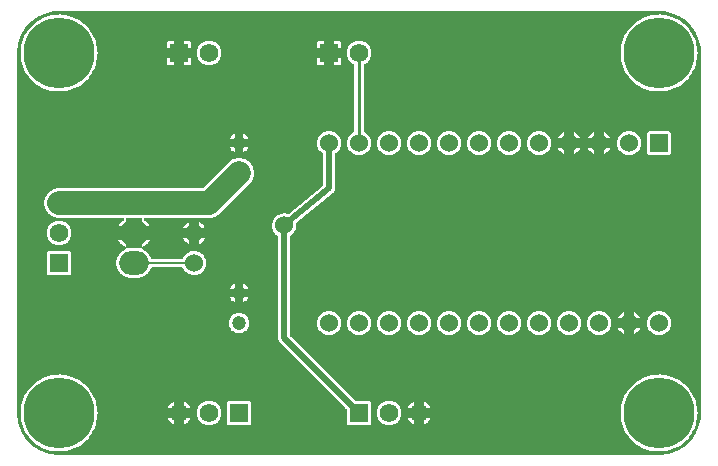
<source format=gtl>
G04 Layer: TopLayer*
G04 EasyEDA v6.5.22, 2023-02-27 20:34:50*
G04 caa8996452b24255bb9f00db4a7e08d3,da3b0543d5484e77bd98afd5aefff037,10*
G04 Gerber Generator version 0.2*
G04 Scale: 100 percent, Rotated: No, Reflected: No *
G04 Dimensions in millimeters *
G04 leading zeros omitted , absolute positions ,4 integer and 5 decimal *
%FSLAX45Y45*%
%MOMM*%

%AMMACRO1*21,1,$1,$2,0,0,$3*%
%ADD10C,2.0000*%
%ADD11C,0.2540*%
%ADD12C,0.2000*%
%ADD13C,0.5000*%
%ADD14MACRO1,1.5748X1.5748X90.0000*%
%ADD15C,1.5748*%
%ADD16C,1.1938*%
%ADD17R,1.5240X1.5240*%
%ADD18C,1.5240*%
%ADD19C,6.0000*%
%ADD20C,0.7000*%
%ADD21R,1.5748X1.5748*%
%ADD22O,2.4999949999999997X1.9999959999999999*%
%ADD23MACRO1,2.0015X2.4994X-90.0000*%
%ADD24C,0.0150*%

%LPD*%
G36*
X381609Y25908D02*
G01*
X355295Y26873D01*
X330098Y29616D01*
X305155Y34137D01*
X280619Y40436D01*
X256590Y48463D01*
X233171Y58166D01*
X210515Y69545D01*
X188722Y82499D01*
X167944Y96977D01*
X148234Y112877D01*
X129692Y130200D01*
X112420Y148742D01*
X96520Y168503D01*
X82092Y189331D01*
X69189Y211175D01*
X57861Y233832D01*
X48209Y257251D01*
X40233Y281330D01*
X33985Y305866D01*
X29514Y330809D01*
X26822Y356006D01*
X25908Y381609D01*
X25908Y3428390D01*
X26873Y3454704D01*
X29616Y3479901D01*
X34137Y3504844D01*
X40436Y3529380D01*
X48463Y3553409D01*
X58166Y3576828D01*
X69545Y3599484D01*
X82499Y3621278D01*
X96977Y3642055D01*
X112877Y3661765D01*
X130200Y3680307D01*
X148742Y3697579D01*
X168503Y3713479D01*
X189331Y3727907D01*
X211175Y3740810D01*
X233832Y3752138D01*
X257251Y3761790D01*
X281330Y3769766D01*
X305866Y3776014D01*
X330809Y3780485D01*
X356057Y3783177D01*
X381609Y3784092D01*
X5458104Y3784092D01*
X5460746Y3783787D01*
X5486654Y3782822D01*
X5511850Y3780129D01*
X5536742Y3775608D01*
X5561279Y3769309D01*
X5585307Y3761282D01*
X5608726Y3751579D01*
X5631332Y3740200D01*
X5653125Y3727246D01*
X5673902Y3712819D01*
X5693613Y3696868D01*
X5712104Y3679596D01*
X5729376Y3661054D01*
X5745226Y3641344D01*
X5759653Y3620515D01*
X5772556Y3598722D01*
X5783884Y3576065D01*
X5793536Y3552647D01*
X5801512Y3528618D01*
X5807760Y3504082D01*
X5812231Y3479139D01*
X5814923Y3453942D01*
X5815787Y3428390D01*
X5816092Y381609D01*
X5815126Y355295D01*
X5812383Y330098D01*
X5807862Y305155D01*
X5801563Y280619D01*
X5793536Y256590D01*
X5783834Y233171D01*
X5772454Y210515D01*
X5759500Y188722D01*
X5745022Y167944D01*
X5729122Y148183D01*
X5711799Y129692D01*
X5693257Y112420D01*
X5673496Y96520D01*
X5652668Y82092D01*
X5630824Y69189D01*
X5608167Y57861D01*
X5584748Y48209D01*
X5560669Y40233D01*
X5536133Y33985D01*
X5511190Y29514D01*
X5485993Y26822D01*
X5460390Y25908D01*
G37*

%LPC*%
G36*
X1292352Y3474720D02*
G01*
X1351280Y3474720D01*
X1351280Y3533648D01*
X1318818Y3533648D01*
X1312519Y3532936D01*
X1307033Y3531006D01*
X1302156Y3527958D01*
X1298041Y3523843D01*
X1294993Y3518966D01*
X1293063Y3513480D01*
X1292352Y3507181D01*
G37*
G36*
X5467299Y55168D02*
G01*
X5492546Y56641D01*
X5517591Y60045D01*
X5542280Y65430D01*
X5566511Y72644D01*
X5590082Y81788D01*
X5612892Y92659D01*
X5634736Y105308D01*
X5655614Y119583D01*
X5675274Y135483D01*
X5693664Y152806D01*
X5710631Y171500D01*
X5726125Y191516D01*
X5739993Y212598D01*
X5752236Y234746D01*
X5762701Y257759D01*
X5771337Y281482D01*
X5778093Y305866D01*
X5782970Y330657D01*
X5785916Y355752D01*
X5786882Y381000D01*
X5785916Y406247D01*
X5782970Y431342D01*
X5778093Y456184D01*
X5771337Y480517D01*
X5762701Y504240D01*
X5752236Y527253D01*
X5739993Y549402D01*
X5726125Y570534D01*
X5710631Y590499D01*
X5693664Y609193D01*
X5675274Y626567D01*
X5655614Y642416D01*
X5634736Y656691D01*
X5612892Y669340D01*
X5590082Y680262D01*
X5566511Y689356D01*
X5542280Y696620D01*
X5517591Y701954D01*
X5492546Y705358D01*
X5467299Y706831D01*
X5442051Y706374D01*
X5416905Y703935D01*
X5392013Y699516D01*
X5367528Y693216D01*
X5343601Y685038D01*
X5320385Y675030D01*
X5298033Y663244D01*
X5276646Y649782D01*
X5256377Y634695D01*
X5237327Y618083D01*
X5219649Y599998D01*
X5203393Y580644D01*
X5188712Y560070D01*
X5175656Y538480D01*
X5164277Y515874D01*
X5154726Y492455D01*
X5147005Y468426D01*
X5141214Y443839D01*
X5137302Y418846D01*
X5135321Y393649D01*
X5135321Y368350D01*
X5137302Y343154D01*
X5141214Y318211D01*
X5147005Y293624D01*
X5154726Y269544D01*
X5164277Y246125D01*
X5175656Y223570D01*
X5188712Y201930D01*
X5203393Y181356D01*
X5219649Y162001D01*
X5237327Y143967D01*
X5256377Y127355D01*
X5276646Y112268D01*
X5298033Y98755D01*
X5320385Y86969D01*
X5343601Y76962D01*
X5367528Y68783D01*
X5392013Y62484D01*
X5416905Y58115D01*
X5442051Y55676D01*
G37*
G36*
X3175000Y276352D02*
G01*
X3188665Y277266D01*
X3202076Y279958D01*
X3215030Y284327D01*
X3227324Y290372D01*
X3238703Y297992D01*
X3248964Y307035D01*
X3258007Y317296D01*
X3265627Y328676D01*
X3271672Y340969D01*
X3276041Y353923D01*
X3278733Y367334D01*
X3279648Y381000D01*
X3278733Y394665D01*
X3276041Y408076D01*
X3271672Y421030D01*
X3265627Y433324D01*
X3258007Y444703D01*
X3248964Y454964D01*
X3238703Y464007D01*
X3227324Y471627D01*
X3215030Y477672D01*
X3202076Y482041D01*
X3188665Y484733D01*
X3175000Y485648D01*
X3161334Y484733D01*
X3147923Y482041D01*
X3134969Y477672D01*
X3122676Y471627D01*
X3111296Y464007D01*
X3101035Y454964D01*
X3091992Y444703D01*
X3084372Y433324D01*
X3078327Y421030D01*
X3073958Y408076D01*
X3071266Y394665D01*
X3070352Y381000D01*
X3071266Y367334D01*
X3073958Y353923D01*
X3078327Y340969D01*
X3084372Y328676D01*
X3091992Y317296D01*
X3101035Y307035D01*
X3111296Y297992D01*
X3122676Y290372D01*
X3134969Y284327D01*
X3147923Y279958D01*
X3161334Y277266D01*
G37*
G36*
X1651000Y276352D02*
G01*
X1664665Y277266D01*
X1678076Y279958D01*
X1691030Y284327D01*
X1703324Y290372D01*
X1714703Y297992D01*
X1724964Y307035D01*
X1734007Y317296D01*
X1741627Y328676D01*
X1747672Y340969D01*
X1752041Y353923D01*
X1754733Y367334D01*
X1755648Y381000D01*
X1754733Y394665D01*
X1752041Y408076D01*
X1747672Y421030D01*
X1741627Y433324D01*
X1734007Y444703D01*
X1724964Y454964D01*
X1714703Y464007D01*
X1703324Y471627D01*
X1691030Y477672D01*
X1678076Y482041D01*
X1664665Y484733D01*
X1651000Y485648D01*
X1637334Y484733D01*
X1623923Y482041D01*
X1610969Y477672D01*
X1598676Y471627D01*
X1587296Y464007D01*
X1577035Y454964D01*
X1567992Y444703D01*
X1560372Y433324D01*
X1554327Y421030D01*
X1549958Y408076D01*
X1547266Y394665D01*
X1546352Y381000D01*
X1547266Y367334D01*
X1549958Y353923D01*
X1554327Y340969D01*
X1560372Y328676D01*
X1567992Y317296D01*
X1577035Y307035D01*
X1587296Y297992D01*
X1598676Y290372D01*
X1610969Y284327D01*
X1623923Y279958D01*
X1637334Y277266D01*
G37*
G36*
X1826818Y276352D02*
G01*
X1983181Y276352D01*
X1989480Y277063D01*
X1994966Y278993D01*
X1999843Y282041D01*
X2003958Y286156D01*
X2007006Y291033D01*
X2008936Y296519D01*
X2009648Y302818D01*
X2009648Y459181D01*
X2008936Y465480D01*
X2007006Y470966D01*
X2003958Y475843D01*
X1999843Y479958D01*
X1994966Y483006D01*
X1989480Y484936D01*
X1983181Y485648D01*
X1826818Y485648D01*
X1820519Y484936D01*
X1815033Y483006D01*
X1810156Y479958D01*
X1806041Y475843D01*
X1802993Y470966D01*
X1801063Y465480D01*
X1800352Y459181D01*
X1800352Y302818D01*
X1801063Y296519D01*
X1802993Y291033D01*
X1806041Y286156D01*
X1810156Y282041D01*
X1815033Y278993D01*
X1820519Y277063D01*
G37*
G36*
X2842818Y276352D02*
G01*
X2999181Y276352D01*
X3005480Y277063D01*
X3010966Y278993D01*
X3015843Y282041D01*
X3019958Y286156D01*
X3023006Y291033D01*
X3024936Y296519D01*
X3025648Y302818D01*
X3025648Y459181D01*
X3024936Y465480D01*
X3023006Y470966D01*
X3019958Y475843D01*
X3015843Y479958D01*
X3010966Y483006D01*
X3005480Y484936D01*
X2999181Y485648D01*
X2892552Y485648D01*
X2888691Y486409D01*
X2885389Y488645D01*
X2339898Y1034135D01*
X2337663Y1037386D01*
X2336901Y1041298D01*
X2336901Y1874570D01*
X2337460Y1877923D01*
X2339086Y1880870D01*
X2341626Y1883156D01*
X2346553Y1886305D01*
X2356967Y1895093D01*
X2366111Y1905254D01*
X2373833Y1916480D01*
X2379980Y1928622D01*
X2384450Y1941525D01*
X2387193Y1954885D01*
X2388108Y1968500D01*
X2387244Y1981149D01*
X2387549Y1984298D01*
X2388768Y1987245D01*
X2390851Y1989632D01*
X2699258Y2246630D01*
X2705862Y2253183D01*
X2710992Y2260396D01*
X2714752Y2268423D01*
X2717088Y2277008D01*
X2717901Y2286457D01*
X2717901Y2573070D01*
X2718409Y2576271D01*
X2719933Y2579166D01*
X2722321Y2581402D01*
X2730246Y2586888D01*
X2740406Y2596032D01*
X2749194Y2606446D01*
X2756509Y2617927D01*
X2762250Y2630322D01*
X2766314Y2643327D01*
X2768549Y2656789D01*
X2769006Y2670403D01*
X2767685Y2683967D01*
X2764485Y2697226D01*
X2759608Y2709976D01*
X2753055Y2721914D01*
X2744978Y2732887D01*
X2735478Y2742692D01*
X2724759Y2751175D01*
X2713024Y2758135D01*
X2700477Y2763418D01*
X2687320Y2767025D01*
X2673807Y2768854D01*
X2660192Y2768854D01*
X2646680Y2767025D01*
X2633522Y2763418D01*
X2620975Y2758135D01*
X2609240Y2751175D01*
X2598521Y2742692D01*
X2589022Y2732887D01*
X2580944Y2721914D01*
X2574391Y2709976D01*
X2569514Y2697226D01*
X2566314Y2683967D01*
X2564993Y2670403D01*
X2565450Y2656789D01*
X2567686Y2643327D01*
X2571750Y2630322D01*
X2577490Y2617927D01*
X2584805Y2606446D01*
X2593594Y2596032D01*
X2603754Y2586888D01*
X2611678Y2581402D01*
X2614066Y2579166D01*
X2615590Y2576271D01*
X2616098Y2573070D01*
X2616098Y2314600D01*
X2615133Y2310282D01*
X2612440Y2306777D01*
X2325573Y2067712D01*
X2322677Y2066036D01*
X2319375Y2065375D01*
X2316022Y2065832D01*
X2309672Y2067814D01*
X2296210Y2070049D01*
X2282596Y2070506D01*
X2269032Y2069185D01*
X2255774Y2065985D01*
X2243023Y2061108D01*
X2231085Y2054555D01*
X2220112Y2046478D01*
X2210308Y2036978D01*
X2201824Y2026259D01*
X2194864Y2014524D01*
X2189581Y2001977D01*
X2185974Y1988820D01*
X2184146Y1975307D01*
X2184146Y1961692D01*
X2185974Y1948180D01*
X2189581Y1935022D01*
X2194864Y1922475D01*
X2201824Y1910740D01*
X2210308Y1900021D01*
X2220112Y1890522D01*
X2230983Y1882546D01*
X2233168Y1880311D01*
X2234590Y1877466D01*
X2235098Y1874367D01*
X2235098Y1016203D01*
X2235301Y1011580D01*
X2235860Y1007160D01*
X2236825Y1002842D01*
X2238146Y998575D01*
X2239873Y994511D01*
X2241905Y990549D01*
X2244293Y986790D01*
X2246985Y983284D01*
X2250135Y979830D01*
X2813354Y416610D01*
X2815590Y413308D01*
X2816352Y409448D01*
X2816352Y302818D01*
X2817063Y296519D01*
X2818993Y291033D01*
X2822041Y286156D01*
X2826156Y282041D01*
X2831033Y278993D01*
X2836519Y277063D01*
G37*
G36*
X3383279Y287121D02*
G01*
X3383279Y335280D01*
X3335121Y335280D01*
X3338372Y328676D01*
X3345992Y317296D01*
X3355035Y307035D01*
X3365296Y297992D01*
X3376676Y290372D01*
G37*
G36*
X3474720Y287121D02*
G01*
X3481324Y290372D01*
X3492703Y297992D01*
X3502964Y307035D01*
X3512007Y317296D01*
X3519627Y328676D01*
X3522878Y335280D01*
X3474720Y335280D01*
G37*
G36*
X1442720Y287121D02*
G01*
X1449324Y290372D01*
X1460703Y297992D01*
X1470964Y307035D01*
X1480007Y317296D01*
X1487627Y328676D01*
X1490878Y335280D01*
X1442720Y335280D01*
G37*
G36*
X1351280Y287121D02*
G01*
X1351280Y335280D01*
X1303121Y335280D01*
X1306372Y328676D01*
X1313992Y317296D01*
X1323035Y307035D01*
X1333296Y297992D01*
X1344676Y290372D01*
G37*
G36*
X3335121Y426720D02*
G01*
X3383279Y426720D01*
X3383279Y474878D01*
X3376676Y471627D01*
X3365296Y464007D01*
X3355035Y454964D01*
X3345992Y444703D01*
X3338372Y433324D01*
G37*
G36*
X3474720Y426720D02*
G01*
X3522878Y426720D01*
X3519627Y433324D01*
X3512007Y444703D01*
X3502964Y454964D01*
X3492703Y464007D01*
X3481324Y471627D01*
X3474720Y474878D01*
G37*
G36*
X1442720Y426720D02*
G01*
X1490878Y426720D01*
X1487627Y433324D01*
X1480007Y444703D01*
X1470964Y454964D01*
X1460703Y464007D01*
X1449324Y471627D01*
X1442720Y474878D01*
G37*
G36*
X1303121Y426720D02*
G01*
X1351280Y426720D01*
X1351280Y474878D01*
X1344676Y471627D01*
X1333296Y464007D01*
X1323035Y454964D01*
X1313992Y444703D01*
X1306372Y433324D01*
G37*
G36*
X3175000Y1040892D02*
G01*
X3188614Y1041806D01*
X3201974Y1044549D01*
X3214878Y1049020D01*
X3227019Y1055166D01*
X3238246Y1062888D01*
X3248406Y1072032D01*
X3257194Y1082446D01*
X3264509Y1093927D01*
X3270250Y1106322D01*
X3274314Y1119327D01*
X3276549Y1132789D01*
X3277006Y1146403D01*
X3275685Y1159967D01*
X3272485Y1173226D01*
X3267608Y1185976D01*
X3261055Y1197914D01*
X3252978Y1208887D01*
X3243478Y1218692D01*
X3232759Y1227175D01*
X3221024Y1234135D01*
X3208477Y1239418D01*
X3195320Y1243025D01*
X3181807Y1244854D01*
X3168192Y1244854D01*
X3154680Y1243025D01*
X3141522Y1239418D01*
X3128975Y1234135D01*
X3117240Y1227175D01*
X3106521Y1218692D01*
X3097022Y1208887D01*
X3088944Y1197914D01*
X3082391Y1185976D01*
X3077514Y1173226D01*
X3074314Y1159967D01*
X3072993Y1146403D01*
X3073450Y1132789D01*
X3075686Y1119327D01*
X3079750Y1106322D01*
X3085490Y1093927D01*
X3092805Y1082446D01*
X3101594Y1072032D01*
X3111754Y1062888D01*
X3122980Y1055166D01*
X3135122Y1049020D01*
X3148025Y1044549D01*
X3161385Y1041806D01*
G37*
G36*
X3683000Y1040892D02*
G01*
X3696614Y1041806D01*
X3709974Y1044549D01*
X3722878Y1049020D01*
X3735019Y1055166D01*
X3746246Y1062888D01*
X3756406Y1072032D01*
X3765194Y1082446D01*
X3772509Y1093927D01*
X3778250Y1106322D01*
X3782314Y1119327D01*
X3784549Y1132789D01*
X3785006Y1146403D01*
X3783685Y1159967D01*
X3780485Y1173226D01*
X3775608Y1185976D01*
X3769055Y1197914D01*
X3760978Y1208887D01*
X3751478Y1218692D01*
X3740759Y1227175D01*
X3729024Y1234135D01*
X3716477Y1239418D01*
X3703320Y1243025D01*
X3689807Y1244854D01*
X3676192Y1244854D01*
X3662679Y1243025D01*
X3649522Y1239418D01*
X3636975Y1234135D01*
X3625240Y1227175D01*
X3614521Y1218692D01*
X3605022Y1208887D01*
X3596944Y1197914D01*
X3590391Y1185976D01*
X3585514Y1173226D01*
X3582314Y1159967D01*
X3580993Y1146403D01*
X3581450Y1132789D01*
X3583686Y1119327D01*
X3587750Y1106322D01*
X3593490Y1093927D01*
X3600805Y1082446D01*
X3609594Y1072032D01*
X3619754Y1062888D01*
X3630980Y1055166D01*
X3643122Y1049020D01*
X3656025Y1044549D01*
X3669385Y1041806D01*
G37*
G36*
X4699000Y1040892D02*
G01*
X4712614Y1041806D01*
X4725974Y1044549D01*
X4738878Y1049020D01*
X4751019Y1055166D01*
X4762246Y1062888D01*
X4772406Y1072032D01*
X4781194Y1082446D01*
X4788509Y1093927D01*
X4794250Y1106322D01*
X4798314Y1119327D01*
X4800549Y1132789D01*
X4801006Y1146403D01*
X4799685Y1159967D01*
X4796485Y1173226D01*
X4791608Y1185976D01*
X4785055Y1197914D01*
X4776978Y1208887D01*
X4767478Y1218692D01*
X4756759Y1227175D01*
X4745024Y1234135D01*
X4732477Y1239418D01*
X4719320Y1243025D01*
X4705807Y1244854D01*
X4692192Y1244854D01*
X4678680Y1243025D01*
X4665522Y1239418D01*
X4652975Y1234135D01*
X4641240Y1227175D01*
X4630521Y1218692D01*
X4621022Y1208887D01*
X4612944Y1197914D01*
X4606391Y1185976D01*
X4601514Y1173226D01*
X4598314Y1159967D01*
X4596993Y1146403D01*
X4597450Y1132789D01*
X4599686Y1119327D01*
X4603750Y1106322D01*
X4609490Y1093927D01*
X4616805Y1082446D01*
X4625594Y1072032D01*
X4635754Y1062888D01*
X4646980Y1055166D01*
X4659122Y1049020D01*
X4672025Y1044549D01*
X4685385Y1041806D01*
G37*
G36*
X2921000Y1040892D02*
G01*
X2934614Y1041806D01*
X2947974Y1044549D01*
X2960878Y1049020D01*
X2973019Y1055166D01*
X2984246Y1062888D01*
X2994406Y1072032D01*
X3003194Y1082446D01*
X3010509Y1093927D01*
X3016250Y1106322D01*
X3020314Y1119327D01*
X3022549Y1132789D01*
X3023006Y1146403D01*
X3021685Y1159967D01*
X3018485Y1173226D01*
X3013608Y1185976D01*
X3007055Y1197914D01*
X2998978Y1208887D01*
X2989478Y1218692D01*
X2978759Y1227175D01*
X2967024Y1234135D01*
X2954477Y1239418D01*
X2941320Y1243025D01*
X2927807Y1244854D01*
X2914192Y1244854D01*
X2900680Y1243025D01*
X2887522Y1239418D01*
X2874975Y1234135D01*
X2863240Y1227175D01*
X2852521Y1218692D01*
X2843022Y1208887D01*
X2834944Y1197914D01*
X2828391Y1185976D01*
X2823514Y1173226D01*
X2820314Y1159967D01*
X2818993Y1146403D01*
X2819450Y1132789D01*
X2821686Y1119327D01*
X2825750Y1106322D01*
X2831490Y1093927D01*
X2838805Y1082446D01*
X2847594Y1072032D01*
X2857754Y1062888D01*
X2868980Y1055166D01*
X2881122Y1049020D01*
X2894025Y1044549D01*
X2907385Y1041806D01*
G37*
G36*
X4445000Y1040892D02*
G01*
X4458614Y1041806D01*
X4471974Y1044549D01*
X4484878Y1049020D01*
X4497019Y1055166D01*
X4508246Y1062888D01*
X4518406Y1072032D01*
X4527194Y1082446D01*
X4534509Y1093927D01*
X4540250Y1106322D01*
X4544314Y1119327D01*
X4546549Y1132789D01*
X4547006Y1146403D01*
X4545685Y1159967D01*
X4542485Y1173226D01*
X4537608Y1185976D01*
X4531055Y1197914D01*
X4522978Y1208887D01*
X4513478Y1218692D01*
X4502759Y1227175D01*
X4491024Y1234135D01*
X4478477Y1239418D01*
X4465320Y1243025D01*
X4451807Y1244854D01*
X4438192Y1244854D01*
X4424680Y1243025D01*
X4411522Y1239418D01*
X4398975Y1234135D01*
X4387240Y1227175D01*
X4376521Y1218692D01*
X4367022Y1208887D01*
X4358944Y1197914D01*
X4352391Y1185976D01*
X4347514Y1173226D01*
X4344314Y1159967D01*
X4342993Y1146403D01*
X4343450Y1132789D01*
X4345686Y1119327D01*
X4349750Y1106322D01*
X4355490Y1093927D01*
X4362805Y1082446D01*
X4371594Y1072032D01*
X4381754Y1062888D01*
X4392980Y1055166D01*
X4405122Y1049020D01*
X4418025Y1044549D01*
X4431385Y1041806D01*
G37*
G36*
X4191000Y1040892D02*
G01*
X4204614Y1041806D01*
X4217974Y1044549D01*
X4230878Y1049020D01*
X4243019Y1055166D01*
X4254246Y1062888D01*
X4264406Y1072032D01*
X4273194Y1082446D01*
X4280509Y1093927D01*
X4286250Y1106322D01*
X4290314Y1119327D01*
X4292549Y1132789D01*
X4293006Y1146403D01*
X4291685Y1159967D01*
X4288485Y1173226D01*
X4283608Y1185976D01*
X4277055Y1197914D01*
X4268978Y1208887D01*
X4259478Y1218692D01*
X4248759Y1227175D01*
X4237024Y1234135D01*
X4224477Y1239418D01*
X4211320Y1243025D01*
X4197807Y1244854D01*
X4184192Y1244854D01*
X4170679Y1243025D01*
X4157522Y1239418D01*
X4144975Y1234135D01*
X4133240Y1227175D01*
X4122521Y1218692D01*
X4113022Y1208887D01*
X4104944Y1197914D01*
X4098391Y1185976D01*
X4093514Y1173226D01*
X4090314Y1159967D01*
X4088993Y1146403D01*
X4089450Y1132789D01*
X4091686Y1119327D01*
X4095750Y1106322D01*
X4101490Y1093927D01*
X4108805Y1082446D01*
X4117594Y1072032D01*
X4127754Y1062888D01*
X4138980Y1055166D01*
X4151122Y1049020D01*
X4164025Y1044549D01*
X4177385Y1041806D01*
G37*
G36*
X3429000Y1040892D02*
G01*
X3442614Y1041806D01*
X3455974Y1044549D01*
X3468878Y1049020D01*
X3481019Y1055166D01*
X3492246Y1062888D01*
X3502406Y1072032D01*
X3511194Y1082446D01*
X3518509Y1093927D01*
X3524250Y1106322D01*
X3528314Y1119327D01*
X3530549Y1132789D01*
X3531006Y1146403D01*
X3529685Y1159967D01*
X3526485Y1173226D01*
X3521608Y1185976D01*
X3515055Y1197914D01*
X3506978Y1208887D01*
X3497478Y1218692D01*
X3486759Y1227175D01*
X3475024Y1234135D01*
X3462477Y1239418D01*
X3449320Y1243025D01*
X3435807Y1244854D01*
X3422192Y1244854D01*
X3408679Y1243025D01*
X3395522Y1239418D01*
X3382975Y1234135D01*
X3371240Y1227175D01*
X3360521Y1218692D01*
X3351022Y1208887D01*
X3342944Y1197914D01*
X3336391Y1185976D01*
X3331514Y1173226D01*
X3328314Y1159967D01*
X3326993Y1146403D01*
X3327450Y1132789D01*
X3329686Y1119327D01*
X3333750Y1106322D01*
X3339490Y1093927D01*
X3346805Y1082446D01*
X3355594Y1072032D01*
X3365754Y1062888D01*
X3376980Y1055166D01*
X3389122Y1049020D01*
X3402025Y1044549D01*
X3415385Y1041806D01*
G37*
G36*
X3937000Y1040892D02*
G01*
X3950614Y1041806D01*
X3963974Y1044549D01*
X3976878Y1049020D01*
X3989019Y1055166D01*
X4000246Y1062888D01*
X4010406Y1072032D01*
X4019194Y1082446D01*
X4026509Y1093927D01*
X4032250Y1106322D01*
X4036314Y1119327D01*
X4038549Y1132789D01*
X4039006Y1146403D01*
X4037685Y1159967D01*
X4034485Y1173226D01*
X4029608Y1185976D01*
X4023055Y1197914D01*
X4014978Y1208887D01*
X4005478Y1218692D01*
X3994759Y1227175D01*
X3983024Y1234135D01*
X3970477Y1239418D01*
X3957320Y1243025D01*
X3943807Y1244854D01*
X3930192Y1244854D01*
X3916679Y1243025D01*
X3903522Y1239418D01*
X3890975Y1234135D01*
X3879240Y1227175D01*
X3868521Y1218692D01*
X3859022Y1208887D01*
X3850944Y1197914D01*
X3844391Y1185976D01*
X3839514Y1173226D01*
X3836314Y1159967D01*
X3834993Y1146403D01*
X3835450Y1132789D01*
X3837686Y1119327D01*
X3841750Y1106322D01*
X3847490Y1093927D01*
X3854805Y1082446D01*
X3863594Y1072032D01*
X3873754Y1062888D01*
X3884980Y1055166D01*
X3897122Y1049020D01*
X3910025Y1044549D01*
X3923385Y1041806D01*
G37*
G36*
X4953000Y1040892D02*
G01*
X4966614Y1041806D01*
X4979974Y1044549D01*
X4992878Y1049020D01*
X5005019Y1055166D01*
X5016246Y1062888D01*
X5026406Y1072032D01*
X5035194Y1082446D01*
X5042509Y1093927D01*
X5048250Y1106322D01*
X5052314Y1119327D01*
X5054549Y1132789D01*
X5055006Y1146403D01*
X5053685Y1159967D01*
X5050485Y1173226D01*
X5045608Y1185976D01*
X5039055Y1197914D01*
X5030978Y1208887D01*
X5021478Y1218692D01*
X5010759Y1227175D01*
X4999024Y1234135D01*
X4986477Y1239418D01*
X4973320Y1243025D01*
X4959807Y1244854D01*
X4946192Y1244854D01*
X4932680Y1243025D01*
X4919522Y1239418D01*
X4906975Y1234135D01*
X4895240Y1227175D01*
X4884521Y1218692D01*
X4875022Y1208887D01*
X4866944Y1197914D01*
X4860391Y1185976D01*
X4855514Y1173226D01*
X4852314Y1159967D01*
X4850993Y1146403D01*
X4851450Y1132789D01*
X4853686Y1119327D01*
X4857750Y1106322D01*
X4863490Y1093927D01*
X4870805Y1082446D01*
X4879594Y1072032D01*
X4889754Y1062888D01*
X4900980Y1055166D01*
X4913122Y1049020D01*
X4926025Y1044549D01*
X4939385Y1041806D01*
G37*
G36*
X2667000Y1040892D02*
G01*
X2680614Y1041806D01*
X2693974Y1044549D01*
X2706878Y1049020D01*
X2719019Y1055166D01*
X2730246Y1062888D01*
X2740406Y1072032D01*
X2749194Y1082446D01*
X2756509Y1093927D01*
X2762250Y1106322D01*
X2766314Y1119327D01*
X2768549Y1132789D01*
X2769006Y1146403D01*
X2767685Y1159967D01*
X2764485Y1173226D01*
X2759608Y1185976D01*
X2753055Y1197914D01*
X2744978Y1208887D01*
X2735478Y1218692D01*
X2724759Y1227175D01*
X2713024Y1234135D01*
X2700477Y1239418D01*
X2687320Y1243025D01*
X2673807Y1244854D01*
X2660192Y1244854D01*
X2646680Y1243025D01*
X2633522Y1239418D01*
X2620975Y1234135D01*
X2609240Y1227175D01*
X2598521Y1218692D01*
X2589022Y1208887D01*
X2580944Y1197914D01*
X2574391Y1185976D01*
X2569514Y1173226D01*
X2566314Y1159967D01*
X2564993Y1146403D01*
X2565450Y1132789D01*
X2567686Y1119327D01*
X2571750Y1106322D01*
X2577490Y1093927D01*
X2584805Y1082446D01*
X2593594Y1072032D01*
X2603754Y1062888D01*
X2614980Y1055166D01*
X2627122Y1049020D01*
X2640025Y1044549D01*
X2653385Y1041806D01*
G37*
G36*
X5461000Y1040892D02*
G01*
X5474614Y1041806D01*
X5487974Y1044549D01*
X5500878Y1049020D01*
X5513019Y1055166D01*
X5524246Y1062888D01*
X5534406Y1072032D01*
X5543194Y1082446D01*
X5550509Y1093927D01*
X5556250Y1106322D01*
X5560314Y1119327D01*
X5562549Y1132789D01*
X5563006Y1146403D01*
X5561685Y1159967D01*
X5558485Y1173226D01*
X5553608Y1185976D01*
X5547055Y1197914D01*
X5538978Y1208887D01*
X5529478Y1218692D01*
X5518759Y1227175D01*
X5507024Y1234135D01*
X5494477Y1239418D01*
X5481320Y1243025D01*
X5467807Y1244854D01*
X5454192Y1244854D01*
X5440680Y1243025D01*
X5427522Y1239418D01*
X5414975Y1234135D01*
X5403240Y1227175D01*
X5392521Y1218692D01*
X5383022Y1208887D01*
X5374944Y1197914D01*
X5368391Y1185976D01*
X5363514Y1173226D01*
X5360314Y1159967D01*
X5358993Y1146403D01*
X5359450Y1132789D01*
X5361686Y1119327D01*
X5365750Y1106322D01*
X5371490Y1093927D01*
X5378805Y1082446D01*
X5387594Y1072032D01*
X5397754Y1062888D01*
X5408980Y1055166D01*
X5421122Y1049020D01*
X5434025Y1044549D01*
X5447385Y1041806D01*
G37*
G36*
X5162550Y1051356D02*
G01*
X5162550Y1098550D01*
X5115356Y1098550D01*
X5117490Y1093927D01*
X5124805Y1082446D01*
X5133594Y1072032D01*
X5143754Y1062888D01*
X5154980Y1055166D01*
G37*
G36*
X5251450Y1051356D02*
G01*
X5259019Y1055166D01*
X5270246Y1062888D01*
X5280406Y1072032D01*
X5289194Y1082446D01*
X5296509Y1093927D01*
X5298643Y1098550D01*
X5251450Y1098550D01*
G37*
G36*
X1905000Y1057452D02*
G01*
X1917192Y1058316D01*
X1929130Y1060907D01*
X1940560Y1065174D01*
X1951278Y1071016D01*
X1961032Y1078331D01*
X1969668Y1086967D01*
X1976983Y1096721D01*
X1982825Y1107440D01*
X1987092Y1118870D01*
X1989683Y1130808D01*
X1990547Y1143000D01*
X1989683Y1155192D01*
X1987092Y1167130D01*
X1982825Y1178560D01*
X1976983Y1189278D01*
X1969668Y1199032D01*
X1961032Y1207668D01*
X1951278Y1214983D01*
X1940560Y1220825D01*
X1929130Y1225092D01*
X1917192Y1227683D01*
X1905000Y1228547D01*
X1892807Y1227683D01*
X1880870Y1225092D01*
X1869439Y1220825D01*
X1858721Y1214983D01*
X1848967Y1207668D01*
X1840331Y1199032D01*
X1833016Y1189278D01*
X1827174Y1178560D01*
X1822907Y1167130D01*
X1820316Y1155192D01*
X1819452Y1143000D01*
X1820316Y1130808D01*
X1822907Y1118870D01*
X1827174Y1107440D01*
X1833016Y1096721D01*
X1840331Y1086967D01*
X1848967Y1078331D01*
X1858721Y1071016D01*
X1869439Y1065174D01*
X1880870Y1060907D01*
X1892807Y1058316D01*
G37*
G36*
X5251450Y1187450D02*
G01*
X5298795Y1187450D01*
X5293055Y1197914D01*
X5284978Y1208887D01*
X5275478Y1218692D01*
X5264759Y1227175D01*
X5253024Y1234135D01*
X5251450Y1234795D01*
G37*
G36*
X5115204Y1187450D02*
G01*
X5162550Y1187450D01*
X5162550Y1234795D01*
X5160975Y1234135D01*
X5149240Y1227175D01*
X5138521Y1218692D01*
X5129022Y1208887D01*
X5120944Y1197914D01*
G37*
G36*
X1941220Y1319530D02*
G01*
X1951278Y1325016D01*
X1961032Y1332331D01*
X1969668Y1340967D01*
X1976983Y1350721D01*
X1982470Y1360779D01*
X1941220Y1360779D01*
G37*
G36*
X1868830Y1319530D02*
G01*
X1868830Y1360779D01*
X1827530Y1360779D01*
X1833016Y1350721D01*
X1840331Y1340967D01*
X1848967Y1332331D01*
X1858721Y1325016D01*
G37*
G36*
X1827530Y1433169D02*
G01*
X1868830Y1433169D01*
X1868830Y1474470D01*
X1858721Y1468983D01*
X1848967Y1461668D01*
X1840331Y1453032D01*
X1833016Y1443278D01*
G37*
G36*
X1941220Y1433169D02*
G01*
X1982470Y1433169D01*
X1976983Y1443278D01*
X1969668Y1453032D01*
X1961032Y1461668D01*
X1951278Y1468983D01*
X1941220Y1474470D01*
G37*
G36*
X991311Y1525066D02*
G01*
X1040688Y1525066D01*
X1056182Y1526032D01*
X1071118Y1528775D01*
X1085646Y1533296D01*
X1099515Y1539544D01*
X1112520Y1547418D01*
X1124458Y1556766D01*
X1135227Y1567535D01*
X1144625Y1579473D01*
X1152448Y1592478D01*
X1158697Y1606346D01*
X1159205Y1607972D01*
X1161288Y1611680D01*
X1164742Y1614220D01*
X1168908Y1615084D01*
X1421841Y1615084D01*
X1425702Y1614322D01*
X1429004Y1612138D01*
X1431239Y1608886D01*
X1432864Y1604975D01*
X1439824Y1593240D01*
X1448308Y1582521D01*
X1458112Y1573022D01*
X1469085Y1564944D01*
X1481023Y1558391D01*
X1493774Y1553514D01*
X1507032Y1550314D01*
X1520596Y1548993D01*
X1534210Y1549450D01*
X1547672Y1551686D01*
X1560677Y1555750D01*
X1573072Y1561490D01*
X1584553Y1568805D01*
X1594967Y1577594D01*
X1604111Y1587754D01*
X1611833Y1598980D01*
X1617980Y1611122D01*
X1622450Y1624025D01*
X1625193Y1637385D01*
X1626107Y1651000D01*
X1625193Y1664614D01*
X1622450Y1677974D01*
X1617980Y1690878D01*
X1611833Y1703019D01*
X1604111Y1714246D01*
X1594967Y1724406D01*
X1584553Y1733194D01*
X1573072Y1740509D01*
X1560677Y1746250D01*
X1547672Y1750314D01*
X1534210Y1752549D01*
X1520596Y1753006D01*
X1507032Y1751685D01*
X1493774Y1748485D01*
X1481023Y1743608D01*
X1469085Y1737055D01*
X1458112Y1728978D01*
X1448308Y1719478D01*
X1439824Y1708759D01*
X1432864Y1697024D01*
X1431239Y1693113D01*
X1429004Y1689862D01*
X1425702Y1687677D01*
X1421841Y1686915D01*
X1168908Y1686915D01*
X1164742Y1687779D01*
X1161288Y1690319D01*
X1159205Y1694027D01*
X1158697Y1695653D01*
X1152448Y1709521D01*
X1144625Y1722526D01*
X1135227Y1734464D01*
X1124458Y1745234D01*
X1112520Y1754581D01*
X1099515Y1762455D01*
X1085596Y1768754D01*
X1082446Y1770938D01*
X1080262Y1774494D01*
X1079093Y1773580D01*
X1075436Y1772615D01*
X1071118Y1773224D01*
X1056182Y1775968D01*
X1040688Y1776882D01*
X991311Y1776882D01*
X975817Y1775968D01*
X960323Y1773072D01*
X956564Y1772615D01*
X952906Y1773580D01*
X951687Y1774189D01*
X949553Y1770938D01*
X946403Y1768754D01*
X932484Y1762455D01*
X919480Y1754581D01*
X907542Y1745234D01*
X896772Y1734464D01*
X887374Y1722526D01*
X879551Y1709521D01*
X873302Y1695653D01*
X868781Y1681124D01*
X866038Y1666189D01*
X865124Y1651000D01*
X866038Y1635810D01*
X868781Y1620875D01*
X873302Y1606346D01*
X879551Y1592478D01*
X887374Y1579473D01*
X896772Y1567535D01*
X907542Y1556766D01*
X919480Y1547418D01*
X932484Y1539544D01*
X946353Y1533296D01*
X960882Y1528775D01*
X975817Y1526032D01*
G37*
G36*
X302818Y1546352D02*
G01*
X459181Y1546352D01*
X465480Y1547063D01*
X470966Y1548993D01*
X475843Y1552041D01*
X479958Y1556156D01*
X483006Y1561033D01*
X484936Y1566519D01*
X485648Y1572818D01*
X485648Y1729181D01*
X484936Y1735480D01*
X483006Y1740966D01*
X479958Y1745843D01*
X475843Y1749958D01*
X470966Y1753006D01*
X465480Y1754936D01*
X459181Y1755648D01*
X302818Y1755648D01*
X296519Y1754936D01*
X291033Y1753006D01*
X286156Y1749958D01*
X282041Y1745843D01*
X278993Y1740966D01*
X277063Y1735480D01*
X276352Y1729181D01*
X276352Y1572818D01*
X277063Y1566519D01*
X278993Y1561033D01*
X282041Y1556156D01*
X286156Y1552041D01*
X291033Y1548993D01*
X296519Y1547063D01*
G37*
G36*
X2712720Y3474720D02*
G01*
X2771648Y3474720D01*
X2771648Y3507181D01*
X2770936Y3513480D01*
X2769006Y3518966D01*
X2765958Y3523843D01*
X2761843Y3527958D01*
X2756966Y3531006D01*
X2751480Y3532936D01*
X2745181Y3533648D01*
X2712720Y3533648D01*
G37*
G36*
X2562352Y3474720D02*
G01*
X2621280Y3474720D01*
X2621280Y3533648D01*
X2588818Y3533648D01*
X2582519Y3532936D01*
X2577033Y3531006D01*
X2572156Y3527958D01*
X2568041Y3523843D01*
X2564993Y3518966D01*
X2563063Y3513480D01*
X2562352Y3507181D01*
G37*
G36*
X1442720Y3474720D02*
G01*
X1501648Y3474720D01*
X1501648Y3507181D01*
X1500936Y3513480D01*
X1499006Y3518966D01*
X1495958Y3523843D01*
X1491843Y3527958D01*
X1486966Y3531006D01*
X1481480Y3532936D01*
X1475181Y3533648D01*
X1442720Y3533648D01*
G37*
G36*
X1651000Y3324351D02*
G01*
X1664665Y3325266D01*
X1678076Y3327958D01*
X1691030Y3332327D01*
X1703324Y3338372D01*
X1714703Y3345992D01*
X1724964Y3355035D01*
X1734007Y3365296D01*
X1741627Y3376676D01*
X1747672Y3388969D01*
X1752041Y3401923D01*
X1754733Y3415334D01*
X1755648Y3429000D01*
X1754733Y3442665D01*
X1752041Y3456076D01*
X1747672Y3469030D01*
X1741627Y3481324D01*
X1734007Y3492703D01*
X1724964Y3502964D01*
X1714703Y3512007D01*
X1703324Y3519627D01*
X1691030Y3525672D01*
X1678076Y3530041D01*
X1664665Y3532733D01*
X1651000Y3533648D01*
X1637334Y3532733D01*
X1623923Y3530041D01*
X1610969Y3525672D01*
X1598676Y3519627D01*
X1587296Y3512007D01*
X1577035Y3502964D01*
X1567992Y3492703D01*
X1560372Y3481324D01*
X1554327Y3469030D01*
X1549958Y3456076D01*
X1547266Y3442665D01*
X1546352Y3429000D01*
X1547266Y3415334D01*
X1549958Y3401923D01*
X1554327Y3388969D01*
X1560372Y3376676D01*
X1567992Y3365296D01*
X1577035Y3355035D01*
X1587296Y3345992D01*
X1598676Y3338372D01*
X1610969Y3332327D01*
X1623923Y3327958D01*
X1637334Y3325266D01*
G37*
G36*
X387299Y55168D02*
G01*
X412546Y56641D01*
X437591Y60045D01*
X462280Y65430D01*
X486511Y72644D01*
X510082Y81788D01*
X532892Y92659D01*
X554736Y105308D01*
X575614Y119583D01*
X595274Y135483D01*
X613664Y152806D01*
X630631Y171500D01*
X646125Y191516D01*
X659993Y212598D01*
X672236Y234746D01*
X682701Y257759D01*
X691337Y281482D01*
X698093Y305866D01*
X702970Y330657D01*
X705916Y355752D01*
X706882Y381000D01*
X705916Y406247D01*
X702970Y431342D01*
X698093Y456184D01*
X691337Y480517D01*
X682701Y504240D01*
X672236Y527253D01*
X659993Y549402D01*
X646125Y570534D01*
X630631Y590499D01*
X613664Y609193D01*
X595274Y626567D01*
X575614Y642416D01*
X554736Y656691D01*
X532892Y669340D01*
X510082Y680262D01*
X486511Y689356D01*
X462280Y696620D01*
X437591Y701954D01*
X412546Y705358D01*
X387299Y706831D01*
X362051Y706374D01*
X336905Y703935D01*
X312013Y699516D01*
X287528Y693216D01*
X263601Y685038D01*
X240385Y675030D01*
X218033Y663244D01*
X196646Y649782D01*
X176377Y634695D01*
X157327Y618083D01*
X139649Y599998D01*
X123393Y580644D01*
X108712Y560070D01*
X95656Y538480D01*
X84277Y515874D01*
X74726Y492455D01*
X67005Y468426D01*
X61214Y443839D01*
X57302Y418846D01*
X55321Y393649D01*
X55321Y368350D01*
X57302Y343154D01*
X61214Y318211D01*
X67005Y293624D01*
X74726Y269544D01*
X84277Y246125D01*
X95656Y223570D01*
X108712Y201930D01*
X123393Y181356D01*
X139649Y162001D01*
X157327Y143967D01*
X176377Y127355D01*
X196646Y112268D01*
X218033Y98755D01*
X240385Y86969D01*
X263601Y76962D01*
X287528Y68783D01*
X312013Y62484D01*
X336905Y58115D01*
X362051Y55676D01*
G37*
G36*
X1084834Y1786737D02*
G01*
X1085596Y1787245D01*
X1099515Y1793544D01*
X1112520Y1801418D01*
X1124458Y1810766D01*
X1135227Y1821535D01*
X1144625Y1833473D01*
X1152448Y1846478D01*
X1153414Y1848662D01*
X1084834Y1848662D01*
G37*
G36*
X381000Y1800352D02*
G01*
X394665Y1801266D01*
X408076Y1803958D01*
X421030Y1808327D01*
X433324Y1814372D01*
X444703Y1821992D01*
X454964Y1831035D01*
X464007Y1841296D01*
X471627Y1852675D01*
X477672Y1864969D01*
X482041Y1877923D01*
X484733Y1891334D01*
X485648Y1905000D01*
X484733Y1918665D01*
X482041Y1932076D01*
X477672Y1945030D01*
X471627Y1957324D01*
X464007Y1968703D01*
X454964Y1978964D01*
X444703Y1988007D01*
X433324Y1995627D01*
X421030Y2001672D01*
X408076Y2006041D01*
X394665Y2008733D01*
X381000Y2009648D01*
X367334Y2008733D01*
X353923Y2006041D01*
X340969Y2001672D01*
X328676Y1995627D01*
X317296Y1988007D01*
X307035Y1978964D01*
X297992Y1968703D01*
X290372Y1957324D01*
X284327Y1945030D01*
X279958Y1932076D01*
X277266Y1918665D01*
X276352Y1905000D01*
X277266Y1891334D01*
X279958Y1877923D01*
X284327Y1864969D01*
X290372Y1852675D01*
X297992Y1841296D01*
X307035Y1831035D01*
X317296Y1821992D01*
X328676Y1814372D01*
X340969Y1808327D01*
X353923Y1803958D01*
X367334Y1801266D01*
G37*
G36*
X1479550Y1813204D02*
G01*
X1479550Y1860550D01*
X1432204Y1860550D01*
X1432864Y1858975D01*
X1439824Y1847240D01*
X1448308Y1836521D01*
X1458112Y1827022D01*
X1469085Y1818944D01*
G37*
G36*
X1568450Y1813356D02*
G01*
X1573072Y1815490D01*
X1584553Y1822805D01*
X1594967Y1831593D01*
X1604111Y1841754D01*
X1611833Y1852980D01*
X1615643Y1860550D01*
X1568450Y1860550D01*
G37*
G36*
X1568450Y1949450D02*
G01*
X1615643Y1949450D01*
X1611833Y1957019D01*
X1604111Y1968246D01*
X1594967Y1978406D01*
X1584553Y1987194D01*
X1573072Y1994509D01*
X1568450Y1996643D01*
G37*
G36*
X1432204Y1949450D02*
G01*
X1479550Y1949450D01*
X1479550Y1996795D01*
X1469085Y1991055D01*
X1458112Y1982978D01*
X1448308Y1973478D01*
X1439824Y1962759D01*
X1432864Y1951024D01*
G37*
G36*
X878586Y1961337D02*
G01*
X947166Y1961337D01*
X947166Y2022906D01*
X947928Y2026818D01*
X950112Y2030120D01*
X953414Y2032304D01*
X957326Y2033066D01*
X1074674Y2033066D01*
X1078585Y2032304D01*
X1081887Y2030120D01*
X1084072Y2026818D01*
X1084834Y2022906D01*
X1084834Y1961337D01*
X1153414Y1961337D01*
X1152448Y1963521D01*
X1144625Y1976526D01*
X1135227Y1988464D01*
X1124458Y1999234D01*
X1112520Y2008581D01*
X1103172Y2014220D01*
X1100023Y2017268D01*
X1098448Y2021281D01*
X1098651Y2025650D01*
X1100734Y2029510D01*
X1104188Y2032152D01*
X1108456Y2033066D01*
X1650847Y2033066D01*
X1658620Y2033320D01*
X1666189Y2034032D01*
X1673707Y2035149D01*
X1681124Y2036775D01*
X1688439Y2038807D01*
X1695653Y2041296D01*
X1702663Y2044192D01*
X1709521Y2047493D01*
X1716125Y2051253D01*
X1722526Y2055368D01*
X1728622Y2059889D01*
X1734464Y2064766D01*
X1740154Y2070100D01*
X1993798Y2323744D01*
X2004110Y2335377D01*
X2012746Y2347874D01*
X2019807Y2361336D01*
X2025192Y2375560D01*
X2028850Y2390292D01*
X2030679Y2405380D01*
X2030679Y2420620D01*
X2028850Y2435707D01*
X2025192Y2450439D01*
X2019807Y2464663D01*
X2012746Y2478125D01*
X2004110Y2490622D01*
X1994001Y2502001D01*
X1982622Y2512110D01*
X1970125Y2520746D01*
X1956663Y2527808D01*
X1942439Y2533192D01*
X1927707Y2536850D01*
X1912620Y2538679D01*
X1897380Y2538679D01*
X1882292Y2536850D01*
X1867560Y2533192D01*
X1853336Y2527808D01*
X1839874Y2520746D01*
X1827377Y2512110D01*
X1815744Y2501798D01*
X1601825Y2287879D01*
X1598523Y2285695D01*
X1594662Y2284882D01*
X381304Y2284882D01*
X365810Y2283968D01*
X350875Y2281224D01*
X336346Y2276703D01*
X322478Y2270455D01*
X309473Y2262581D01*
X297535Y2253234D01*
X286766Y2242464D01*
X277418Y2230526D01*
X269544Y2217521D01*
X263296Y2203653D01*
X258775Y2189124D01*
X256032Y2174189D01*
X255117Y2159000D01*
X256032Y2143810D01*
X258775Y2128875D01*
X263296Y2114346D01*
X269544Y2100478D01*
X277418Y2087473D01*
X286766Y2075535D01*
X297535Y2064766D01*
X309473Y2055418D01*
X322478Y2047544D01*
X336346Y2041296D01*
X350875Y2036775D01*
X365810Y2034032D01*
X381304Y2033066D01*
X923544Y2033066D01*
X927811Y2032152D01*
X931265Y2029510D01*
X933348Y2025650D01*
X933551Y2021281D01*
X931976Y2017268D01*
X928827Y2014220D01*
X919480Y2008581D01*
X907542Y1999234D01*
X896772Y1988464D01*
X887374Y1976526D01*
X879551Y1963521D01*
G37*
G36*
X1318818Y3324351D02*
G01*
X1351280Y3324351D01*
X1351280Y3383279D01*
X1292352Y3383279D01*
X1292352Y3350818D01*
X1293063Y3344519D01*
X1294993Y3339033D01*
X1298041Y3334156D01*
X1302156Y3330041D01*
X1307033Y3326993D01*
X1312519Y3325063D01*
G37*
G36*
X2712720Y3324351D02*
G01*
X2745181Y3324351D01*
X2751480Y3325063D01*
X2756966Y3326993D01*
X2761843Y3330041D01*
X2765958Y3334156D01*
X2769006Y3339033D01*
X2770936Y3344519D01*
X2771648Y3350818D01*
X2771648Y3383279D01*
X2712720Y3383279D01*
G37*
G36*
X4191000Y2564892D02*
G01*
X4204614Y2565806D01*
X4217974Y2568549D01*
X4230878Y2573020D01*
X4243019Y2579166D01*
X4254246Y2586888D01*
X4264406Y2596032D01*
X4273194Y2606446D01*
X4280509Y2617927D01*
X4286250Y2630322D01*
X4290314Y2643327D01*
X4292549Y2656789D01*
X4293006Y2670403D01*
X4291685Y2683967D01*
X4288485Y2697226D01*
X4283608Y2709976D01*
X4277055Y2721914D01*
X4268978Y2732887D01*
X4259478Y2742692D01*
X4248759Y2751175D01*
X4237024Y2758135D01*
X4224477Y2763418D01*
X4211320Y2767025D01*
X4197807Y2768854D01*
X4184192Y2768854D01*
X4170679Y2767025D01*
X4157522Y2763418D01*
X4144975Y2758135D01*
X4133240Y2751175D01*
X4122521Y2742692D01*
X4113022Y2732887D01*
X4104944Y2721914D01*
X4098391Y2709976D01*
X4093514Y2697226D01*
X4090314Y2683967D01*
X4088993Y2670403D01*
X4089450Y2656789D01*
X4091686Y2643327D01*
X4095750Y2630322D01*
X4101490Y2617927D01*
X4108805Y2606446D01*
X4117594Y2596032D01*
X4127754Y2586888D01*
X4138980Y2579166D01*
X4151122Y2573020D01*
X4164025Y2568549D01*
X4177385Y2565806D01*
G37*
G36*
X4445000Y2564892D02*
G01*
X4458614Y2565806D01*
X4471974Y2568549D01*
X4484878Y2573020D01*
X4497019Y2579166D01*
X4508246Y2586888D01*
X4518406Y2596032D01*
X4527194Y2606446D01*
X4534509Y2617927D01*
X4540250Y2630322D01*
X4544314Y2643327D01*
X4546549Y2656789D01*
X4547006Y2670403D01*
X4545685Y2683967D01*
X4542485Y2697226D01*
X4537608Y2709976D01*
X4531055Y2721914D01*
X4522978Y2732887D01*
X4513478Y2742692D01*
X4502759Y2751175D01*
X4491024Y2758135D01*
X4478477Y2763418D01*
X4465320Y2767025D01*
X4451807Y2768854D01*
X4438192Y2768854D01*
X4424680Y2767025D01*
X4411522Y2763418D01*
X4398975Y2758135D01*
X4387240Y2751175D01*
X4376521Y2742692D01*
X4367022Y2732887D01*
X4358944Y2721914D01*
X4352391Y2709976D01*
X4347514Y2697226D01*
X4344314Y2683967D01*
X4342993Y2670403D01*
X4343450Y2656789D01*
X4345686Y2643327D01*
X4349750Y2630322D01*
X4355490Y2617927D01*
X4362805Y2606446D01*
X4371594Y2596032D01*
X4381754Y2586888D01*
X4392980Y2579166D01*
X4405122Y2573020D01*
X4418025Y2568549D01*
X4431385Y2565806D01*
G37*
G36*
X3937000Y2564892D02*
G01*
X3950614Y2565806D01*
X3963974Y2568549D01*
X3976878Y2573020D01*
X3989019Y2579166D01*
X4000246Y2586888D01*
X4010406Y2596032D01*
X4019194Y2606446D01*
X4026509Y2617927D01*
X4032250Y2630322D01*
X4036314Y2643327D01*
X4038549Y2656789D01*
X4039006Y2670403D01*
X4037685Y2683967D01*
X4034485Y2697226D01*
X4029608Y2709976D01*
X4023055Y2721914D01*
X4014978Y2732887D01*
X4005478Y2742692D01*
X3994759Y2751175D01*
X3983024Y2758135D01*
X3970477Y2763418D01*
X3957320Y2767025D01*
X3943807Y2768854D01*
X3930192Y2768854D01*
X3916679Y2767025D01*
X3903522Y2763418D01*
X3890975Y2758135D01*
X3879240Y2751175D01*
X3868521Y2742692D01*
X3859022Y2732887D01*
X3850944Y2721914D01*
X3844391Y2709976D01*
X3839514Y2697226D01*
X3836314Y2683967D01*
X3834993Y2670403D01*
X3835450Y2656789D01*
X3837686Y2643327D01*
X3841750Y2630322D01*
X3847490Y2617927D01*
X3854805Y2606446D01*
X3863594Y2596032D01*
X3873754Y2586888D01*
X3884980Y2579166D01*
X3897122Y2573020D01*
X3910025Y2568549D01*
X3923385Y2565806D01*
G37*
G36*
X3429000Y2564892D02*
G01*
X3442614Y2565806D01*
X3455974Y2568549D01*
X3468878Y2573020D01*
X3481019Y2579166D01*
X3492246Y2586888D01*
X3502406Y2596032D01*
X3511194Y2606446D01*
X3518509Y2617927D01*
X3524250Y2630322D01*
X3528314Y2643327D01*
X3530549Y2656789D01*
X3531006Y2670403D01*
X3529685Y2683967D01*
X3526485Y2697226D01*
X3521608Y2709976D01*
X3515055Y2721914D01*
X3506978Y2732887D01*
X3497478Y2742692D01*
X3486759Y2751175D01*
X3475024Y2758135D01*
X3462477Y2763418D01*
X3449320Y2767025D01*
X3435807Y2768854D01*
X3422192Y2768854D01*
X3408679Y2767025D01*
X3395522Y2763418D01*
X3382975Y2758135D01*
X3371240Y2751175D01*
X3360521Y2742692D01*
X3351022Y2732887D01*
X3342944Y2721914D01*
X3336391Y2709976D01*
X3331514Y2697226D01*
X3328314Y2683967D01*
X3326993Y2670403D01*
X3327450Y2656789D01*
X3329686Y2643327D01*
X3333750Y2630322D01*
X3339490Y2617927D01*
X3346805Y2606446D01*
X3355594Y2596032D01*
X3365754Y2586888D01*
X3376980Y2579166D01*
X3389122Y2573020D01*
X3402025Y2568549D01*
X3415385Y2565806D01*
G37*
G36*
X3683000Y2564892D02*
G01*
X3696614Y2565806D01*
X3709974Y2568549D01*
X3722878Y2573020D01*
X3735019Y2579166D01*
X3746246Y2586888D01*
X3756406Y2596032D01*
X3765194Y2606446D01*
X3772509Y2617927D01*
X3778250Y2630322D01*
X3782314Y2643327D01*
X3784549Y2656789D01*
X3785006Y2670403D01*
X3783685Y2683967D01*
X3780485Y2697226D01*
X3775608Y2709976D01*
X3769055Y2721914D01*
X3760978Y2732887D01*
X3751478Y2742692D01*
X3740759Y2751175D01*
X3729024Y2758135D01*
X3716477Y2763418D01*
X3703320Y2767025D01*
X3689807Y2768854D01*
X3676192Y2768854D01*
X3662679Y2767025D01*
X3649522Y2763418D01*
X3636975Y2758135D01*
X3625240Y2751175D01*
X3614521Y2742692D01*
X3605022Y2732887D01*
X3596944Y2721914D01*
X3590391Y2709976D01*
X3585514Y2697226D01*
X3582314Y2683967D01*
X3580993Y2670403D01*
X3581450Y2656789D01*
X3583686Y2643327D01*
X3587750Y2630322D01*
X3593490Y2617927D01*
X3600805Y2606446D01*
X3609594Y2596032D01*
X3619754Y2586888D01*
X3630980Y2579166D01*
X3643122Y2573020D01*
X3656025Y2568549D01*
X3669385Y2565806D01*
G37*
G36*
X3175000Y2564892D02*
G01*
X3188614Y2565806D01*
X3201974Y2568549D01*
X3214878Y2573020D01*
X3227019Y2579166D01*
X3238246Y2586888D01*
X3248406Y2596032D01*
X3257194Y2606446D01*
X3264509Y2617927D01*
X3270250Y2630322D01*
X3274314Y2643327D01*
X3276549Y2656789D01*
X3277006Y2670403D01*
X3275685Y2683967D01*
X3272485Y2697226D01*
X3267608Y2709976D01*
X3261055Y2721914D01*
X3252978Y2732887D01*
X3243478Y2742692D01*
X3232759Y2751175D01*
X3221024Y2758135D01*
X3208477Y2763418D01*
X3195320Y2767025D01*
X3181807Y2768854D01*
X3168192Y2768854D01*
X3154680Y2767025D01*
X3141522Y2763418D01*
X3128975Y2758135D01*
X3117240Y2751175D01*
X3106521Y2742692D01*
X3097022Y2732887D01*
X3088944Y2721914D01*
X3082391Y2709976D01*
X3077514Y2697226D01*
X3074314Y2683967D01*
X3072993Y2670403D01*
X3073450Y2656789D01*
X3075686Y2643327D01*
X3079750Y2630322D01*
X3085490Y2617927D01*
X3092805Y2606446D01*
X3101594Y2596032D01*
X3111754Y2586888D01*
X3122980Y2579166D01*
X3135122Y2573020D01*
X3148025Y2568549D01*
X3161385Y2565806D01*
G37*
G36*
X5207000Y2564892D02*
G01*
X5220614Y2565806D01*
X5233974Y2568549D01*
X5246878Y2573020D01*
X5259019Y2579166D01*
X5270246Y2586888D01*
X5280406Y2596032D01*
X5289194Y2606446D01*
X5296509Y2617927D01*
X5302250Y2630322D01*
X5306314Y2643327D01*
X5308549Y2656789D01*
X5309006Y2670403D01*
X5307685Y2683967D01*
X5304485Y2697226D01*
X5299608Y2709976D01*
X5293055Y2721914D01*
X5284978Y2732887D01*
X5275478Y2742692D01*
X5264759Y2751175D01*
X5253024Y2758135D01*
X5240477Y2763418D01*
X5227320Y2767025D01*
X5213807Y2768854D01*
X5200192Y2768854D01*
X5186680Y2767025D01*
X5173522Y2763418D01*
X5160975Y2758135D01*
X5149240Y2751175D01*
X5138521Y2742692D01*
X5129022Y2732887D01*
X5120944Y2721914D01*
X5114391Y2709976D01*
X5109514Y2697226D01*
X5106314Y2683967D01*
X5104993Y2670403D01*
X5105450Y2656789D01*
X5107686Y2643327D01*
X5111750Y2630322D01*
X5117490Y2617927D01*
X5124805Y2606446D01*
X5133594Y2596032D01*
X5143754Y2586888D01*
X5154980Y2579166D01*
X5167122Y2573020D01*
X5180025Y2568549D01*
X5193385Y2565806D01*
G37*
G36*
X5385358Y2564892D02*
G01*
X5536641Y2564892D01*
X5542940Y2565603D01*
X5548426Y2567533D01*
X5553303Y2570581D01*
X5557418Y2574696D01*
X5560466Y2579573D01*
X5562396Y2585059D01*
X5563108Y2591358D01*
X5563108Y2742641D01*
X5562396Y2748940D01*
X5560466Y2754426D01*
X5557418Y2759303D01*
X5553303Y2763418D01*
X5548426Y2766466D01*
X5542940Y2768396D01*
X5536641Y2769108D01*
X5385358Y2769108D01*
X5379059Y2768396D01*
X5373573Y2766466D01*
X5368696Y2763418D01*
X5364581Y2759303D01*
X5361533Y2754426D01*
X5359603Y2748940D01*
X5358892Y2742641D01*
X5358892Y2591358D01*
X5359603Y2585059D01*
X5361533Y2579573D01*
X5364581Y2574696D01*
X5368696Y2570581D01*
X5373573Y2567533D01*
X5379059Y2565603D01*
G37*
G36*
X2921000Y2564892D02*
G01*
X2934614Y2565806D01*
X2947974Y2568549D01*
X2960878Y2573020D01*
X2973019Y2579166D01*
X2984246Y2586888D01*
X2994406Y2596032D01*
X3003194Y2606446D01*
X3010509Y2617927D01*
X3016250Y2630322D01*
X3020314Y2643327D01*
X3022549Y2656789D01*
X3023006Y2670403D01*
X3021685Y2683967D01*
X3018485Y2697226D01*
X3013608Y2709976D01*
X3007055Y2721914D01*
X2998978Y2732887D01*
X2989478Y2742692D01*
X2978759Y2751175D01*
X2962554Y2760827D01*
X2960370Y2764129D01*
X2959608Y2767990D01*
X2959608Y3325317D01*
X2960319Y3328974D01*
X2962300Y3332175D01*
X2965297Y3334410D01*
X2973324Y3338372D01*
X2984703Y3345992D01*
X2994964Y3355035D01*
X3004007Y3365296D01*
X3011627Y3376676D01*
X3017672Y3388969D01*
X3022041Y3401923D01*
X3024733Y3415334D01*
X3025648Y3429000D01*
X3024733Y3442665D01*
X3022041Y3456076D01*
X3017672Y3469030D01*
X3011627Y3481324D01*
X3004007Y3492703D01*
X2994964Y3502964D01*
X2984703Y3512007D01*
X2973324Y3519627D01*
X2961030Y3525672D01*
X2948076Y3530041D01*
X2934665Y3532733D01*
X2921000Y3533648D01*
X2907334Y3532733D01*
X2893923Y3530041D01*
X2880969Y3525672D01*
X2868676Y3519627D01*
X2857296Y3512007D01*
X2847035Y3502964D01*
X2837992Y3492703D01*
X2830372Y3481324D01*
X2824327Y3469030D01*
X2819958Y3456076D01*
X2817266Y3442665D01*
X2816352Y3429000D01*
X2817266Y3415334D01*
X2819958Y3401923D01*
X2824327Y3388969D01*
X2830372Y3376676D01*
X2837992Y3365296D01*
X2847035Y3355035D01*
X2857296Y3345992D01*
X2868676Y3338372D01*
X2876702Y3334410D01*
X2879699Y3332175D01*
X2881680Y3328974D01*
X2882392Y3325317D01*
X2882392Y2767990D01*
X2881630Y2764129D01*
X2879445Y2760827D01*
X2863240Y2751175D01*
X2852521Y2742692D01*
X2843022Y2732887D01*
X2834944Y2721914D01*
X2828391Y2709976D01*
X2823514Y2697226D01*
X2820314Y2683967D01*
X2818993Y2670403D01*
X2819450Y2656789D01*
X2821686Y2643327D01*
X2825750Y2630322D01*
X2831490Y2617927D01*
X2838805Y2606446D01*
X2847594Y2596032D01*
X2857754Y2586888D01*
X2868980Y2579166D01*
X2881122Y2573020D01*
X2894025Y2568549D01*
X2907385Y2565806D01*
G37*
G36*
X4997450Y2575356D02*
G01*
X5005019Y2579166D01*
X5016246Y2586888D01*
X5026406Y2596032D01*
X5035194Y2606446D01*
X5042509Y2617927D01*
X5044643Y2622550D01*
X4997450Y2622550D01*
G37*
G36*
X4908550Y2575356D02*
G01*
X4908550Y2622550D01*
X4861356Y2622550D01*
X4863490Y2617927D01*
X4870805Y2606446D01*
X4879594Y2596032D01*
X4889754Y2586888D01*
X4900980Y2579166D01*
G37*
G36*
X4743450Y2575356D02*
G01*
X4751019Y2579166D01*
X4762246Y2586888D01*
X4772406Y2596032D01*
X4781194Y2606446D01*
X4788509Y2617927D01*
X4790643Y2622550D01*
X4743450Y2622550D01*
G37*
G36*
X4654550Y2575356D02*
G01*
X4654550Y2622550D01*
X4607356Y2622550D01*
X4609490Y2617927D01*
X4616805Y2606446D01*
X4625594Y2596032D01*
X4635754Y2586888D01*
X4646980Y2579166D01*
G37*
G36*
X1941220Y2589530D02*
G01*
X1951278Y2595016D01*
X1961032Y2602331D01*
X1969668Y2610967D01*
X1976983Y2620721D01*
X1982470Y2630779D01*
X1941220Y2630779D01*
G37*
G36*
X1868830Y2589530D02*
G01*
X1868830Y2630779D01*
X1827530Y2630779D01*
X1833016Y2620721D01*
X1840331Y2610967D01*
X1848967Y2602331D01*
X1858721Y2595016D01*
G37*
G36*
X1827530Y2703169D02*
G01*
X1868830Y2703169D01*
X1868830Y2744470D01*
X1858721Y2738983D01*
X1848967Y2731668D01*
X1840331Y2723032D01*
X1833016Y2713278D01*
G37*
G36*
X1941220Y2703169D02*
G01*
X1982470Y2703169D01*
X1976983Y2713278D01*
X1969668Y2723032D01*
X1961032Y2731668D01*
X1951278Y2738983D01*
X1941220Y2744470D01*
G37*
G36*
X4743450Y2711450D02*
G01*
X4790795Y2711450D01*
X4785055Y2721914D01*
X4776978Y2732887D01*
X4767478Y2742692D01*
X4756759Y2751175D01*
X4745024Y2758135D01*
X4743450Y2758795D01*
G37*
G36*
X4997450Y2711450D02*
G01*
X5044795Y2711450D01*
X5039055Y2721914D01*
X5030978Y2732887D01*
X5021478Y2742692D01*
X5010759Y2751175D01*
X4999024Y2758135D01*
X4997450Y2758795D01*
G37*
G36*
X4861204Y2711450D02*
G01*
X4908550Y2711450D01*
X4908550Y2758795D01*
X4906975Y2758135D01*
X4895240Y2751175D01*
X4884521Y2742692D01*
X4875022Y2732887D01*
X4866944Y2721914D01*
G37*
G36*
X4607204Y2711450D02*
G01*
X4654550Y2711450D01*
X4654550Y2758795D01*
X4652975Y2758135D01*
X4641240Y2751175D01*
X4630521Y2742692D01*
X4621022Y2732887D01*
X4612944Y2721914D01*
G37*
G36*
X5467299Y3103168D02*
G01*
X5492546Y3104642D01*
X5517591Y3108045D01*
X5542280Y3113430D01*
X5566511Y3120644D01*
X5590082Y3129788D01*
X5612892Y3140659D01*
X5634736Y3153308D01*
X5655614Y3167583D01*
X5675274Y3183483D01*
X5693664Y3200806D01*
X5710631Y3219500D01*
X5726125Y3239516D01*
X5739993Y3260598D01*
X5752236Y3282746D01*
X5762701Y3305759D01*
X5771337Y3329482D01*
X5778093Y3353866D01*
X5782970Y3378657D01*
X5785916Y3403752D01*
X5786882Y3429000D01*
X5785916Y3454247D01*
X5782970Y3479342D01*
X5778093Y3504184D01*
X5771337Y3528517D01*
X5762701Y3552240D01*
X5752236Y3575253D01*
X5739993Y3597401D01*
X5726125Y3618534D01*
X5710631Y3638499D01*
X5693664Y3657193D01*
X5675274Y3674567D01*
X5655614Y3690416D01*
X5634736Y3704691D01*
X5612892Y3717340D01*
X5590082Y3728262D01*
X5566511Y3737356D01*
X5542280Y3744620D01*
X5517591Y3749954D01*
X5492546Y3753358D01*
X5467299Y3754831D01*
X5442051Y3754374D01*
X5416905Y3751935D01*
X5392013Y3747515D01*
X5367528Y3741216D01*
X5343601Y3733037D01*
X5320385Y3723030D01*
X5298033Y3711244D01*
X5276646Y3697782D01*
X5256377Y3682695D01*
X5237327Y3666083D01*
X5219649Y3647998D01*
X5203393Y3628644D01*
X5188712Y3608070D01*
X5175656Y3586479D01*
X5164277Y3563874D01*
X5154726Y3540455D01*
X5147005Y3516426D01*
X5141214Y3491839D01*
X5137302Y3466846D01*
X5135321Y3441649D01*
X5135321Y3416350D01*
X5137302Y3391154D01*
X5141214Y3366211D01*
X5147005Y3341624D01*
X5154726Y3317544D01*
X5164277Y3294126D01*
X5175656Y3271570D01*
X5188712Y3249930D01*
X5203393Y3229356D01*
X5219649Y3210001D01*
X5237327Y3191967D01*
X5256377Y3175355D01*
X5276646Y3160268D01*
X5298033Y3146755D01*
X5320385Y3134969D01*
X5343601Y3124962D01*
X5367528Y3116783D01*
X5392013Y3110484D01*
X5416905Y3106115D01*
X5442051Y3103676D01*
G37*
G36*
X387299Y3103168D02*
G01*
X412546Y3104642D01*
X437591Y3108045D01*
X462280Y3113430D01*
X486511Y3120644D01*
X510082Y3129788D01*
X532892Y3140659D01*
X554736Y3153308D01*
X575614Y3167583D01*
X595274Y3183483D01*
X613664Y3200806D01*
X630631Y3219500D01*
X646125Y3239516D01*
X659993Y3260598D01*
X672236Y3282746D01*
X682701Y3305759D01*
X691337Y3329482D01*
X698093Y3353866D01*
X702970Y3378657D01*
X705916Y3403752D01*
X706882Y3429000D01*
X705916Y3454247D01*
X702970Y3479342D01*
X698093Y3504184D01*
X691337Y3528517D01*
X682701Y3552240D01*
X672236Y3575253D01*
X659993Y3597401D01*
X646125Y3618534D01*
X630631Y3638499D01*
X613664Y3657193D01*
X595274Y3674567D01*
X575614Y3690416D01*
X554736Y3704691D01*
X532892Y3717340D01*
X510082Y3728262D01*
X486511Y3737356D01*
X462280Y3744620D01*
X437591Y3749954D01*
X412546Y3753358D01*
X387299Y3754831D01*
X362051Y3754374D01*
X336905Y3751935D01*
X312013Y3747515D01*
X287528Y3741216D01*
X263601Y3733037D01*
X240385Y3723030D01*
X218033Y3711244D01*
X196646Y3697782D01*
X176377Y3682695D01*
X157327Y3666083D01*
X139649Y3647998D01*
X123393Y3628644D01*
X108712Y3608070D01*
X95656Y3586479D01*
X84277Y3563874D01*
X74726Y3540455D01*
X67005Y3516426D01*
X61214Y3491839D01*
X57302Y3466846D01*
X55321Y3441649D01*
X55321Y3416350D01*
X57302Y3391154D01*
X61214Y3366211D01*
X67005Y3341624D01*
X74726Y3317544D01*
X84277Y3294126D01*
X95656Y3271570D01*
X108712Y3249930D01*
X123393Y3229356D01*
X139649Y3210001D01*
X157327Y3191967D01*
X176377Y3175355D01*
X196646Y3160268D01*
X218033Y3146755D01*
X240385Y3134969D01*
X263601Y3124962D01*
X287528Y3116783D01*
X312013Y3110484D01*
X336905Y3106115D01*
X362051Y3103676D01*
G37*
G36*
X1442720Y3324351D02*
G01*
X1475181Y3324351D01*
X1481480Y3325063D01*
X1486966Y3326993D01*
X1491843Y3330041D01*
X1495958Y3334156D01*
X1499006Y3339033D01*
X1500936Y3344519D01*
X1501648Y3350818D01*
X1501648Y3383279D01*
X1442720Y3383279D01*
G37*
G36*
X2588818Y3324351D02*
G01*
X2621280Y3324351D01*
X2621280Y3383279D01*
X2562352Y3383279D01*
X2562352Y3350818D01*
X2563063Y3344519D01*
X2564993Y3339033D01*
X2568041Y3334156D01*
X2572156Y3330041D01*
X2577033Y3326993D01*
X2582519Y3325063D01*
G37*
G36*
X947166Y1786737D02*
G01*
X947166Y1848662D01*
X878586Y1848662D01*
X879551Y1846478D01*
X887374Y1833473D01*
X896772Y1821535D01*
X907542Y1810766D01*
X919480Y1801418D01*
X932484Y1793544D01*
X946403Y1787245D01*
G37*

%LPD*%
D10*
X1524000Y2159000D02*
G01*
X1651000Y2159000D01*
X1905000Y2413000D01*
X1016000Y2159000D02*
G01*
X1524000Y2159000D01*
X381000Y2159000D02*
G01*
X1016000Y2159000D01*
D11*
X2921000Y2667000D02*
G01*
X2921000Y3429000D01*
D12*
X1016000Y1651000D02*
G01*
X1524000Y1651000D01*
D13*
X2286000Y1968500D02*
G01*
X2286000Y1968500D01*
X2286000Y1016000D01*
X2921000Y381000D01*
X2667000Y2667000D02*
G01*
X2667000Y2286000D01*
X2286000Y1968500D01*
D14*
G01*
X381000Y1651000D03*
D15*
G01*
X381000Y1905000D03*
G01*
X381000Y2159000D03*
D16*
G01*
X1905000Y1397000D03*
G01*
X1905000Y1143000D03*
G01*
X1905000Y2413000D03*
G01*
X1905000Y2667000D03*
D17*
G01*
X5461000Y2667000D03*
D18*
G01*
X5207000Y2667000D03*
G01*
X4699000Y2667000D03*
G01*
X4445000Y2667000D03*
G01*
X4191000Y2667000D03*
G01*
X3937000Y2667000D03*
G01*
X3683000Y2667000D03*
G01*
X3429000Y2667000D03*
G01*
X3175000Y2667000D03*
G01*
X2921000Y2667000D03*
G01*
X2667000Y2667000D03*
G01*
X2667000Y1143000D03*
G01*
X2921000Y1143000D03*
G01*
X3175000Y1143000D03*
G01*
X3429000Y1143000D03*
G01*
X3683000Y1143000D03*
G01*
X3937000Y1143000D03*
G01*
X4191000Y1143000D03*
G01*
X4445000Y1143000D03*
G01*
X4699000Y1143000D03*
G01*
X4953000Y1143000D03*
G01*
X5207000Y1143000D03*
G01*
X5461000Y1143000D03*
G01*
X4953000Y2667000D03*
D19*
G01*
X381000Y381000D03*
D20*
G01*
X221005Y226009D03*
G01*
X381000Y156006D03*
G01*
X600989Y381000D03*
G01*
X540994Y226009D03*
G01*
X545998Y540994D03*
G01*
X161010Y381000D03*
G01*
X221005Y540994D03*
G01*
X381000Y605993D03*
D19*
G01*
X5461000Y381000D03*
D20*
G01*
X5301005Y226009D03*
G01*
X5461000Y156006D03*
G01*
X5680989Y381000D03*
G01*
X5620994Y226009D03*
G01*
X5625998Y540994D03*
G01*
X5241010Y381000D03*
G01*
X5301005Y540994D03*
G01*
X5461000Y605993D03*
D19*
G01*
X5461000Y3429000D03*
D20*
G01*
X5301005Y3274009D03*
G01*
X5461000Y3204006D03*
G01*
X5680989Y3429000D03*
G01*
X5620994Y3274009D03*
G01*
X5625998Y3588994D03*
G01*
X5241010Y3429000D03*
G01*
X5301005Y3588994D03*
G01*
X5461000Y3653993D03*
D19*
G01*
X381000Y3429000D03*
D20*
G01*
X221005Y3274009D03*
G01*
X381000Y3204006D03*
G01*
X600989Y3429000D03*
G01*
X540994Y3274009D03*
G01*
X545998Y3588994D03*
G01*
X161010Y3429000D03*
G01*
X221005Y3588994D03*
G01*
X381000Y3653993D03*
D21*
G01*
X1397000Y3429000D03*
D15*
G01*
X1651000Y3429000D03*
D21*
G01*
X2667000Y3429000D03*
D15*
G01*
X2921000Y3429000D03*
D21*
G01*
X2921000Y381000D03*
D15*
G01*
X3175000Y381000D03*
G01*
X3429000Y381000D03*
D21*
G01*
X1905000Y381000D03*
D15*
G01*
X1651000Y381000D03*
G01*
X1397000Y381000D03*
D22*
G01*
X1016000Y1905000D03*
G01*
X1016000Y1651000D03*
D23*
G01*
X1016000Y2159000D03*
D18*
G01*
X1524000Y2159000D03*
G01*
X1524000Y1905000D03*
G01*
X1524000Y1651000D03*
G01*
X2286000Y1968500D03*
M02*

</source>
